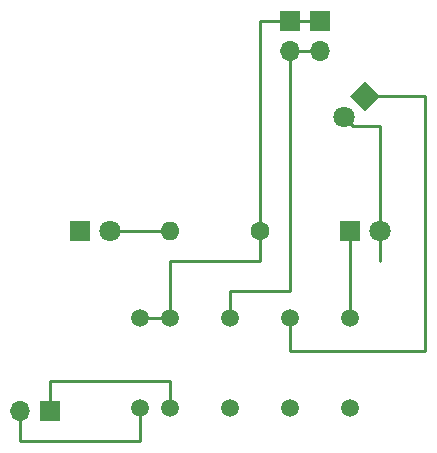
<source format=gbr>
%TF.GenerationSoftware,KiCad,Pcbnew,5.1.9*%
%TF.CreationDate,2021-04-10T23:13:33+02:00*%
%TF.ProjectId,Weichensimultor,57656963-6865-46e7-9369-6d756c746f72,rev?*%
%TF.SameCoordinates,Original*%
%TF.FileFunction,Copper,L2,Bot*%
%TF.FilePolarity,Positive*%
%FSLAX46Y46*%
G04 Gerber Fmt 4.6, Leading zero omitted, Abs format (unit mm)*
G04 Created by KiCad (PCBNEW 5.1.9) date 2021-04-10 23:13:33*
%MOMM*%
%LPD*%
G01*
G04 APERTURE LIST*
%TA.AperFunction,ComponentPad*%
%ADD10C,1.800000*%
%TD*%
%TA.AperFunction,ComponentPad*%
%ADD11R,1.800000X1.800000*%
%TD*%
%TA.AperFunction,ComponentPad*%
%ADD12C,0.100000*%
%TD*%
%TA.AperFunction,ComponentPad*%
%ADD13C,1.500000*%
%TD*%
%TA.AperFunction,ComponentPad*%
%ADD14O,1.600000X1.600000*%
%TD*%
%TA.AperFunction,ComponentPad*%
%ADD15C,1.600000*%
%TD*%
%TA.AperFunction,ComponentPad*%
%ADD16O,1.700000X1.700000*%
%TD*%
%TA.AperFunction,ComponentPad*%
%ADD17R,1.700000X1.700000*%
%TD*%
%TA.AperFunction,Conductor*%
%ADD18C,0.250000*%
%TD*%
G04 APERTURE END LIST*
D10*
%TO.P,D1,2*%
%TO.N,Net-(D1-Pad2)*%
X124460000Y-106680000D03*
D11*
%TO.P,D1,1*%
%TO.N,Net-(D1-Pad1)*%
X121920000Y-106680000D03*
%TD*%
%TO.P,D2,1*%
%TO.N,Net-(D2-Pad1)*%
X144780000Y-106680000D03*
D10*
%TO.P,D2,2*%
%TO.N,Net-(D1-Pad1)*%
X147320000Y-106680000D03*
%TD*%
%TO.P,D3,2*%
%TO.N,Net-(D1-Pad1)*%
X144253949Y-97046051D03*
%TA.AperFunction,ComponentPad*%
D12*
%TO.P,D3,1*%
%TO.N,Net-(D3-Pad1)*%
G36*
X146050000Y-93977208D02*
G01*
X147322792Y-95250000D01*
X146050000Y-96522792D01*
X144777208Y-95250000D01*
X146050000Y-93977208D01*
G37*
%TD.AperFunction*%
%TD*%
D13*
%TO.P,K1,1*%
%TO.N,Net-(J1-Pad2)*%
X127000000Y-121720001D03*
%TO.P,K1,2*%
%TO.N,Net-(J1-Pad1)*%
X129540000Y-121720001D03*
%TO.P,K1,4*%
%TO.N,N/C*%
X134620000Y-121720001D03*
%TO.P,K1,6*%
X139700000Y-121720001D03*
%TO.P,K1,8*%
X144780000Y-121720001D03*
%TO.P,K1,9*%
%TO.N,Net-(D2-Pad1)*%
X144780000Y-114100001D03*
%TO.P,K1,11*%
%TO.N,Net-(D3-Pad1)*%
X139700000Y-114100001D03*
%TO.P,K1,13*%
%TO.N,GND*%
X134620000Y-114100001D03*
%TO.P,K1,15*%
%TO.N,+5V*%
X129540000Y-114100001D03*
%TO.P,K1,16*%
X127000000Y-114100001D03*
%TD*%
D14*
%TO.P,R1,2*%
%TO.N,Net-(D1-Pad2)*%
X129540000Y-106680000D03*
D15*
%TO.P,R1,1*%
%TO.N,+5V*%
X137160000Y-106680000D03*
%TD*%
D16*
%TO.P,J1,2*%
%TO.N,Net-(J1-Pad2)*%
X116840000Y-121920000D03*
D17*
%TO.P,J1,1*%
%TO.N,Net-(J1-Pad1)*%
X119380000Y-121920000D03*
%TD*%
%TO.P,J2,1*%
%TO.N,+5V*%
X139700000Y-88900000D03*
D16*
%TO.P,J2,2*%
%TO.N,GND*%
X139700000Y-91440000D03*
%TD*%
%TO.P,J3,2*%
%TO.N,GND*%
X142240000Y-91440000D03*
D17*
%TO.P,J3,1*%
%TO.N,+5V*%
X142240000Y-88900000D03*
%TD*%
D18*
%TO.N,Net-(D1-Pad2)*%
X129540000Y-106680000D02*
X124460000Y-106680000D01*
%TO.N,Net-(D1-Pad1)*%
X144997898Y-97790000D02*
X144253949Y-97046051D01*
X147320000Y-97790000D02*
X144997898Y-97790000D01*
X147320000Y-109220000D02*
X147320000Y-97790000D01*
%TO.N,Net-(D2-Pad1)*%
X144780000Y-106680000D02*
X144780000Y-114100001D01*
%TO.N,Net-(D3-Pad1)*%
X151130000Y-95250000D02*
X146050000Y-95250000D01*
X151130000Y-116840000D02*
X151130000Y-95250000D01*
X139700000Y-116840000D02*
X151130000Y-116840000D01*
X139700000Y-114100001D02*
X139700000Y-116840000D01*
%TO.N,Net-(J1-Pad2)*%
X116840000Y-121920000D02*
X116840000Y-124460000D01*
X116840000Y-124460000D02*
X127000000Y-124460000D01*
X127000000Y-124460000D02*
X127000000Y-121720001D01*
%TO.N,Net-(J1-Pad1)*%
X119380000Y-121920000D02*
X119380000Y-119380000D01*
X119380000Y-119380000D02*
X129540000Y-119380000D01*
X129540000Y-119380000D02*
X129540000Y-121720001D01*
%TO.N,+5V*%
X127000000Y-114100001D02*
X129540000Y-114100001D01*
X129540000Y-114100001D02*
X129540000Y-109220000D01*
X129540000Y-109220000D02*
X137160000Y-109220000D01*
X137160000Y-109220000D02*
X137160000Y-106680000D01*
X137160000Y-96520000D02*
X137160000Y-106680000D01*
X137160000Y-88900000D02*
X137160000Y-96520000D01*
X139700000Y-88900000D02*
X137160000Y-88900000D01*
X139700000Y-88900000D02*
X142240000Y-88900000D01*
%TO.N,GND*%
X139700000Y-91440000D02*
X142240000Y-91440000D01*
X134620000Y-111760000D02*
X134620000Y-114100001D01*
X139700000Y-111760000D02*
X134620000Y-111760000D01*
X139700000Y-91440000D02*
X139700000Y-111760000D01*
%TD*%
M02*

</source>
